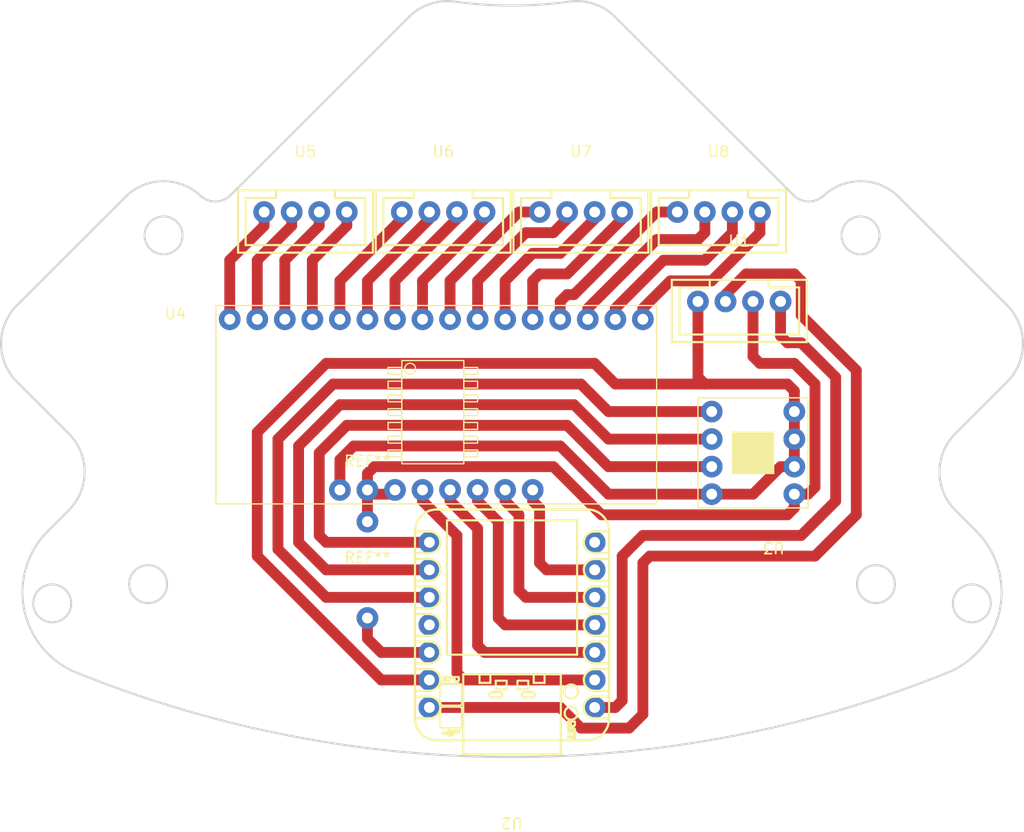
<source format=kicad_pcb>
(kicad_pcb (version 20211014) (generator pcbnew)
  (layers (0 "F.Cu" signal) (31 "B.Cu" signal) (34 "B.Paste" user) (35 "F.Paste" user) (36 "B.SilkS" user "B.Silkscreen") (37 "F.SilkS" user "F.Silkscreen") (38 "B.Mask" user) (39 "F.Mask" user) (44 "Edge.Cuts" user))
  (net 0 "")
  (net 1 "+5V")
  (net 2 "GND")
  (net 3 "+3V3")
  (net 4 "LINE_DAC")
  (net 5 "D1")
  (net 6 "D2")
  (net 7 "D3")
  (net 8 "D4")
  (net 9 "LINE-Read")
  (net 10 "X-Read")
  (net 11 "Y-Read")
  (net 12 "Z-Read")
  (net 15 "Net-(U4-Pad9)")
  (net 16 "Net-(U4-Pad10)")
  (net 17 "Net-(U4-Pad11)")
  (net 18 "Net-(U4-Pad12)")
  (net 19 "Net-(U4-Pad13)")
  (net 20 "Net-(U4-Pad14)")
  (net 21 "Net-(U4-Pad15)")
  (net 22 "Net-(U4-Pad16)")
  (net 23 "Net-(U4-Pad17)")
  (net 24 "Net-(U4-Pad18)")
  (net 25 "Net-(U4-Pad19)")
  (net 26 "Net-(U4-Pad20)")
  (net 27 "Net-(U4-Pad21)")
  (net 28 "Net-(U4-Pad22)")
  (net 29 "Net-(U4-Pad23)")
  (net 30 "Net-(U4-Pad24)")
  (footprint "自分のフットプリント:コネクター4ピン" (layer "F.Cu") (at -6.35 13.97)
    (fp_text reference "U6" (at 0 -0.5 unlocked) (layer "F.SilkS"))
    (fp_text value "コネクター4ピン")
    (pad "1" thru_hole circle (at -3.81 5.08) (size 2 2) (drill 1) (layers *.Mask "F.Cu" "In1.Cu" "B.Cu") (net 19 "Net-(U4-Pad13)"))
    (pad "2" thru_hole circle (at -1.27 5.08) (size 2 2) (drill 1) (layers *.Mask "F.Cu" "In1.Cu" "B.Cu") (net 20 "Net-(U4-Pad14)"))
    (pad "3" thru_hole circle (at 1.27 5.08) (size 2 2) (drill 1) (layers *.Mask "F.Cu" "In1.Cu" "B.Cu") (net 21 "Net-(U4-Pad15)"))
    (pad "4" thru_hole circle (at 3.81 5.08) (size 2 2) (drill 1) (layers *.Mask "F.Cu" "In1.Cu" "B.Cu") (net 22 "Net-(U4-Pad16)"))
  )
  (footprint "自分のフットプリント:ジャンパ線" (layer "F.Cu") (at -13.335 42.545)
    (fp_text reference "REF**" (at 0 -0.5 unlocked) (layer "F.SilkS"))
    (fp_text value "ジャンパ線")
    (pad "1" thru_hole circle (at 0 5.08) (size 2 2) (drill 1) (layers *.Cu *.Mask))
  )
  (footprint "自分のフットプリント:コネクター4ピン" (layer "F.Cu") (at -19.05 13.97)
    (fp_text reference "U5" (at 0 -0.5 unlocked) (layer "F.SilkS"))
    (fp_text value "コネクター4ピン")
    (pad "1" thru_hole circle (at -3.81 5.08) (size 2 2) (drill 1) (layers *.Mask "F.Cu" "In1.Cu" "B.Cu") (net 15 "Net-(U4-Pad9)"))
    (pad "2" thru_hole circle (at -1.27 5.08) (size 2 2) (drill 1) (layers *.Mask "F.Cu" "In1.Cu" "B.Cu") (net 16 "Net-(U4-Pad10)"))
    (pad "3" thru_hole circle (at 1.27 5.08) (size 2 2) (drill 1) (layers *.Mask "F.Cu" "In1.Cu" "B.Cu") (net 17 "Net-(U4-Pad11)"))
    (pad "4" thru_hole circle (at 3.81 5.08) (size 2 2) (drill 1) (layers *.Mask "F.Cu" "In1.Cu" "B.Cu") (net 18 "Net-(U4-Pad12)"))
  )
  (footprint "自分のフットプリント:コネクター4ピン" (layer "F.Cu") (at 19.05 13.97)
    (fp_text reference "U8" (at 0 -0.5 unlocked) (layer "F.SilkS"))
    (fp_text value "コネクター4ピン")
    (pad "1" thru_hole circle (at -3.81 5.08) (size 2 2) (drill 1) (layers *.Mask "F.Cu" "In1.Cu" "B.Cu") (net 27 "Net-(U4-Pad21)"))
    (pad "2" thru_hole circle (at -1.27 5.08) (size 2 2) (drill 1) (layers *.Mask "F.Cu" "In1.Cu" "B.Cu") (net 28 "Net-(U4-Pad22)"))
    (pad "3" thru_hole circle (at 1.27 5.08) (size 2 2) (drill 1) (layers *.Mask "F.Cu" "In1.Cu" "B.Cu") (net 29 "Net-(U4-Pad23)"))
    (pad "4" thru_hole circle (at 3.81 5.08) (size 2 2) (drill 1) (layers *.Mask "F.Cu" "In1.Cu" "B.Cu") (net 30 "Net-(U4-Pad24)"))
  )
  (footprint "自分のフットプリント:3軸加速度モジュール-アナログ出力" (layer "F.Cu") (at 22.225 50.165 180)
    (fp_text reference "U3" (at -1.905 0.135 180 unlocked) (layer "F.SilkS"))
    (fp_text value "3軸加速度モジュール-アナログ出力")
    (pad "1" thru_hole circle (at -3.81 5.08 180) (size 2 2) (drill 1) (layers *.Mask "F.Cu" "In1.Cu" "B.Cu") (net 3 "+3V3"))
    (pad "2" thru_hole circle (at -3.81 7.62 180) (size 2 2) (drill 1) (layers *.Cu *.Mask) (net 2 "GND"))
    (pad "3" thru_hole circle (at -3.81 10.16 180) (size 2 2) (drill 1) (layers *.Cu *.Mask) (net 2 "GND"))
    (pad "4" thru_hole circle (at -3.81 12.7 180) (size 2 2) (drill 1) (layers *.Cu *.Mask) (net 2 "GND"))
    (pad "5" thru_hole circle (at 3.81 12.7 180) (size 2 2) (drill 1) (layers *.Cu *.Mask) (net 12 "Z-Read"))
    (pad "6" thru_hole circle (at 3.81 10.16 180) (size 2 2) (drill 1) (layers *.Cu *.Mask) (net 11 "Y-Read"))
    (pad "7" thru_hole circle (at 3.81 7.62 180) (size 2 2) (drill 1) (layers *.Cu *.Mask) (net 10 "X-Read"))
    (pad "8" thru_hole circle (at 3.81 5.08 180) (size 2 2) (drill 1) (layers *.Cu *.Mask) (net 2 "GND"))
  )
  (footprint "自分のフットプリント:seeeduino-xiaoマイコン" (layer "F.Cu") (at 0 74.93 180)
    (fp_text reference "U2" (at 0 -0.5 180 unlocked) (layer "F.SilkS"))
    (fp_text value "seeeduino-xiaoマイコン")
    (pad "1" thru_hole circle (at 7.62 10.16 180) (size 2 2) (drill 1) (layers *.Cu *.Mask) (net 1 "+5V"))
    (pad "2" thru_hole circle (at 7.62 12.7 180) (size 2 2) (drill 1) (layers *.Cu *.Mask) (net 2 "GND"))
    (pad "3" thru_hole circle (at 7.62 15.24 180) (size 2 2) (drill 1) (layers *.Cu *.Mask) (net 3 "+3V3"))
    (pad "4" thru_hole circle (at -7.62 10.16 180) (size 2 2) (drill 1) (layers *.Cu *.Mask) (net 4 "LINE_DAC"))
    (pad "5" thru_hole circle (at -7.62 12.7 180) (size 2 2) (drill 1) (layers *.Cu *.Mask) (net 5 "D1"))
    (pad "6" thru_hole circle (at -7.62 15.24 180) (size 2 2) (drill 1) (layers *.Cu *.Mask) (net 6 "D2"))
    (pad "7" thru_hole circle (at -7.62 17.78 180) (size 2 2) (drill 1) (layers *.Cu *.Mask) (net 7 "D3"))
    (pad "8" thru_hole circle (at -7.62 20.32 180) (size 2 2) (drill 1) (layers *.Cu *.Mask) (net 8 "D4"))
    (pad "9" thru_hole circle (at -7.62 22.86 180) (size 2 2) (drill 1) (layers *.Cu *.Mask) (net 9 "LINE-Read"))
    (pad "10" thru_hole circle (at -7.62 25.4 180) (size 2 2) (drill 1) (layers *.Cu *.Mask))
    (pad "11" thru_hole circle (at 7.62 25.4 180) (size 2 2) (drill 1) (layers *.Cu *.Mask) (net 10 "X-Read"))
    (pad "12" thru_hole circle (at 7.62 22.86 180) (size 2 2) (drill 1) (layers *.Cu *.Mask) (net 11 "Y-Read"))
    (pad "13" thru_hole circle (at 7.62 20.32 180) (size 2 2) (drill 1) (layers *.Cu *.Mask) (net 12 "Z-Read"))
    (pad "14" thru_hole circle (at 7.62 17.78 180) (size 2 2) (drill 1) (layers *.Cu *.Mask))
  )
  (footprint "自分のフットプリント:コネクター4ピン" (layer "F.Cu") (at 6.35 13.97)
    (fp_text reference "U7" (at 0 -0.5 unlocked) (layer "F.SilkS"))
    (fp_text value "コネクター4ピン")
    (pad "1" thru_hole circle (at -3.81 5.08) (size 2 2) (drill 1) (layers *.Mask "F.Cu" "In1.Cu" "B.Cu") (net 23 "Net-(U4-Pad17)"))
    (pad "2" thru_hole circle (at -1.27 5.08) (size 2 2) (drill 1) (layers *.Mask "F.Cu" "In1.Cu" "B.Cu") (net 24 "Net-(U4-Pad18)"))
    (pad "3" thru_hole circle (at 1.27 5.08) (size 2 2) (drill 1) (layers *.Mask "F.Cu" "In1.Cu" "B.Cu") (net 25 "Net-(U4-Pad19)"))
    (pad "4" thru_hole circle (at 3.81 5.08) (size 2 2) (drill 1) (layers *.Mask "F.Cu" "In1.Cu" "B.Cu") (net 26 "Net-(U4-Pad20)"))
  )
  (footprint "自分のフットプリント:マルチプレクサ" (layer "F.Cu") (at -31.035 28.945)
    (fp_text reference "U4" (at 0 -0.5 unlocked) (layer "F.SilkS"))
    (fp_text value "16chマルチプレクサ")
    (pad "1" thru_hole circle (at 15.16 15.75) (size 2 2) (drill 1) (layers *.Cu *.Mask) (net 2 "GND"))
    (pad "2" thru_hole circle (at 17.7 15.75) (size 2 2) (drill 1) (layers *.Cu *.Mask) (net 3 "+3V3"))
    (pad "3" thru_hole circle (at 20.24 15.75) (size 2 2) (drill 1) (layers *.Cu *.Mask) (net 3 "+3V3"))
    (pad "4" thru_hole circle (at 22.78 15.75) (size 2 2) (drill 1) (layers *.Cu *.Mask) (net 5 "D1"))
    (pad "5" thru_hole circle (at 25.32 15.75) (size 2 2) (drill 1) (layers *.Cu *.Mask) (net 6 "D2"))
    (pad "6" thru_hole circle (at 27.86 15.75) (size 2 2) (drill 1) (layers *.Cu *.Mask) (net 7 "D3"))
    (pad "7" thru_hole circle (at 30.4 15.75) (size 2 2) (drill 1) (layers *.Cu *.Mask) (net 8 "D4"))
    (pad "8" thru_hole circle (at 32.94 15.75) (size 2 2) (drill 1) (layers *.Cu *.Mask) (net 9 "LINE-Read"))
    (pad "9" thru_hole circle (at 5 0) (size 2 2) (drill 1) (layers *.Cu *.Mask) (net 15 "Net-(U4-Pad9)"))
    (pad "10" thru_hole circle (at 7.54 0) (size 2 2) (drill 1) (layers *.Cu *.Mask) (net 16 "Net-(U4-Pad10)"))
    (pad "11" thru_hole circle (at 10.08 0) (size 2 2) (drill 1) (layers *.Cu *.Mask) (net 17 "Net-(U4-Pad11)"))
    (pad "12" thru_hole circle (at 12.62 0) (size 2 2) (drill 1) (layers *.Cu *.Mask) (net 18 "Net-(U4-Pad12)"))
    (pad "13" thru_hole circle (at 15.16 0) (size 2 2) (drill 1) (layers *.Cu *.Mask) (net 19 "Net-(U4-Pad13)"))
    (pad "14" thru_hole circle (at 17.7 0) (size 2 2) (drill 1) (layers *.Cu *.Mask) (net 20 "Net-(U4-Pad14)"))
    (pad "15" thru_hole circle (at 20.24 0) (size 2 2) (drill 1) (layers *.Cu *.Mask) (net 21 "Net-(U4-Pad15)"))
    (pad "16" thru_hole circle (at 22.78 0) (size 2 2) (drill 1) (layers *.Cu *.Mask) (net 22 "Net-(U4-Pad16)"))
    (pad "17" thru_hole circle (at 25.32 0) (size 2 2) (drill 1) (layers *.Cu *.Mask) (net 23 "Net-(U4-Pad17)"))
    (pad "18" thru_hole circle (at 27.86 0) (size 2 2) (drill 1) (layers *.Cu *.Mask) (net 24 "Net-(U4-Pad18)"))
    (pad "19" thru_hole circle (at 30.4 0) (size 2 2) (drill 1) (layers *.Cu *.Mask) (net 25 "Net-(U4-Pad19)"))
    (pad "20" thru_hole circle (at 32.94 0) (size 2 2) (drill 1) (layers *.Cu *.Mask) (net 26 "Net-(U4-Pad20)"))
    (pad "21" thru_hole circle (at 35.48 0) (size 2 2) (drill 1) (layers *.Cu *.Mask) (net 27 "Net-(U4-Pad21)"))
    (pad "22" thru_hole circle (at 38.02 0) (size 2 2) (drill 1) (layers *.Cu *.Mask) (net 28 "Net-(U4-Pad22)"))
    (pad "23" thru_hole circle (at 40.56 0) (size 2 2) (drill 1) (layers *.Cu *.Mask) (net 29 "Net-(U4-Pad23)"))
    (pad "24" thru_hole circle (at 43.1 0) (size 2 2) (drill 1) (layers *.Cu *.Mask) (net 30 "Net-(U4-Pad24)"))
  )
  (footprint "自分のフットプリント:ジャンパ線" (layer "F.Cu") (at -13.335 51.435)
    (fp_text reference "REF**" (at 0 -0.5 unlocked) (layer "F.SilkS"))
    (fp_text value "ジャンパ線")
    (pad "1" thru_hole circle (at 0 5.08) (size 2 2) (drill 1) (layers F&B.Cu *.Mask))
  )
  (footprint "自分のフットプリント:コネクター4ピン" (layer "F.Cu") (at 20.955 22.225)
    (fp_text reference "U1" (at 0 -0.5 unlocked) (layer "F.SilkS"))
    (fp_text value "コネクター4ピン")
    (pad "1" thru_hole circle (at -3.81 5.08) (size 2 2) (drill 1) (layers *.Mask "F.Cu" "In1.Cu" "B.Cu") (net 2 "GND"))
    (pad "2" thru_hole circle (at -1.27 5.08) (size 2 2) (drill 1) (layers *.Mask "F.Cu" "In1.Cu" "B.Cu") (net 1 "+5V"))
    (pad "3" thru_hole circle (at 1.27 5.08) (size 2 2) (drill 1) (layers *.Mask "F.Cu" "In1.Cu" "B.Cu") (net 3 "+3V3"))
    (pad "4" thru_hole circle (at 3.81 5.08) (size 2 2) (drill 1) (layers *.Mask "F.Cu" "In1.Cu" "B.Cu") (net 4 "LINE_DAC"))
  )
  (gr_circle (center -42.405231 55.162263) (end -40.655231 55.162263) (layer "Edge.Cuts") (width 0.2) (fill none))
  (gr_arc (start 40.884553 46.570522) (mid 39.420086 43.034987) (end 40.884553 39.499454) (layer "Edge.Cuts") (width 0.2))
  (gr_circle (center 33.559601 53.387705) (end 35.309601 53.387705) (layer "Edge.Cuts") (width 0.2) (fill none))
  (gr_arc (start -40.137099 61.571291) (mid -44.988481 55.750002) (end -42.807005 48.492973) (layer "Edge.Cuts") (width 0.2))
  (gr_line (start -45.657523 34.726484) (end -40.884554 39.499454) (layer "Edge.Cuts") (width 0.2))
  (gr_circle (center -33.559602 53.387705) (end -31.809602 53.387705) (layer "Edge.Cuts") (width 0.2) (fill none))
  (gr_line (start -9.505672 1.049508) (end -25.950674 17.494507) (layer "Edge.Cuts") (width 0.2))
  (gr_line (start -28.591232 17.660193) (end -28.602324 17.671285) (layer "Edge.Cuts") (width 0.2))
  (gr_line (start 40.884553 39.499454) (end 45.657523 34.726484) (layer "Edge.Cuts") (width 0.2))
  (gr_arc (start 28.602323 17.671285) (mid 32.137857 16.206818) (end 35.673391 17.671285) (layer "Edge.Cuts") (width 0.2))
  (gr_arc (start 28.591231 17.660193) (mid 27.239644 18.076339) (end 25.950674 17.494507) (layer "Edge.Cuts") (width 0.2))
  (gr_line (start 28.602323 17.671285) (end 28.591231 17.660193) (layer "Edge.Cuts") (width 0.2))
  (gr_arc (start 40.137091 61.571291) (mid -0.000004 69.345348) (end -40.137099 61.571291) (layer "Edge.Cuts") (width 0.2))
  (gr_line (start -40.884554 46.570522) (end -42.807005 48.492973) (layer "Edge.Cuts") (width 0.2))
  (gr_circle (center 42.405223 55.162263) (end 44.155223 55.162263) (layer "Edge.Cuts") (width 0.2) (fill none))
  (gr_arc (start 42.806998 48.492971) (mid 44.988477 55.750001) (end 40.137091 61.571291) (layer "Edge.Cuts") (width 0.2))
  (gr_circle (center 32.137857 21.206818) (end 33.887857 21.206818) (layer "Edge.Cuts") (width 0.2) (fill none))
  (gr_arc (start 5.278423 -0.36688) (mid 7.558647 -0.155908) (end 9.505671 1.049508) (layer "Edge.Cuts") (width 0.2))
  (gr_arc (start 45.657523 27.655416) (mid 47.121993 31.190951) (end 45.657523 34.726484) (layer "Edge.Cuts") (width 0.2))
  (gr_line (start 45.657523 27.655416) (end 35.673391 17.671285) (layer "Edge.Cuts") (width 0.2))
  (gr_arc (start -9.505672 1.049508) (mid -7.558649 -0.155911) (end -5.278424 -0.36688) (layer "Edge.Cuts") (width 0.2))
  (gr_arc (start -45.657523 34.726484) (mid -47.12199 31.19095) (end -45.657523 27.655416) (layer "Edge.Cuts") (width 0.2))
  (gr_arc (start -35.673392 17.671285) (mid -32.137858 16.206818) (end -28.602324 17.671285) (layer "Edge.Cuts") (width 0.2))
  (gr_line (start 25.950674 17.494507) (end 9.505671 1.049508) (layer "Edge.Cuts") (width 0.2))
  (gr_line (start 42.806998 48.492971) (end 40.884553 46.570522) (layer "Edge.Cuts") (width 0.2))
  (gr_arc (start -40.884554 39.499454) (mid -39.420088 43.034988) (end -40.884554 46.570522) (layer "Edge.Cuts") (width 0.2))
  (gr_line (start -35.673392 17.671285) (end -45.657523 27.655416) (layer "Edge.Cuts") (width 0.2))
  (gr_arc (start -25.950674 17.494507) (mid -27.239641 18.076368) (end -28.591232 17.660193) (layer "Edge.Cuts") (width 0.2))
  (gr_circle (center -32.137858 21.206818) (end -30.387858 21.206818) (layer "Edge.Cuts") (width 0.2) (fill none))
  (gr_arc (start 5.278423 -0.36688) (mid -0.000001 0) (end -5.278424 -0.36688) (layer "Edge.Cuts") (width 0.2))
  (segment (start 12.065 51.435) (end 12.065 65.405) (width 1) (layer "F.Cu") (net 1))
  (segment (start 31.75 46.99) (end 27.94 50.8) (width 1) (layer "F.Cu") (net 1))
  (segment (start 27.94 50.8) (end 12.7 50.8) (width 1) (layer "F.Cu") (net 1))
  (segment (start 12.065 65.405) (end 10.795 66.675) (width 1) (layer "F.Cu") (net 1))
  (segment (start 31.75 33.655) (end 31.75 46.99) (width 1) (layer "F.Cu") (net 1))
  (segment (start 21.59 24.765) (end 26.035 24.765) (width 1) (layer "F.Cu") (net 1))
  (segment (start 6.35 66.675) (end 4.445 64.77) (width 1) (layer "F.Cu") (net 1))
  (segment (start 26.67 28.575) (end 31.75 33.655) (width 1) (layer "F.Cu") (net 1))
  (segment (start 19.685 26.67) (end 21.59 24.765) (width 1) (layer "F.Cu") (net 1))
  (segment (start 26.67 25.4) (end 26.67 28.575) (width 1) (layer "F.Cu") (net 1))
  (segment (start 19.685 27.305) (end 19.685 26.67) (width 1) (layer "F.Cu") (net 1))
  (segment (start 12.7 50.8) (end 12.065 51.435) (width 1) (layer "F.Cu") (net 1))
  (segment (start 10.795 66.675) (end 6.35 66.675) (width 1) (layer "F.Cu") (net 1))
  (segment (start 4.445 64.77) (end -7.62 64.77) (width 1) (layer "F.Cu") (net 1))
  (segment (start 26.035 24.765) (end 26.67 25.4) (width 1) (layer "F.Cu") (net 1))
  (segment (start 7.62 33.02) (end -17.145 33.02) (width 1) (layer "F.Cu") (net 2))
  (segment (start -15.875 45.085) (end -15.875 41.91) (width 1) (layer "F.Cu") (net 2))
  (segment (start 8.89 45.085) (end 18.415 45.085) (width 1) (layer "F.Cu") (net 2))
  (segment (start 17.78 34.925) (end 25.4 34.925) (width 1) (layer "F.Cu") (net 2))
  (segment (start -15.875 41.91) (end -14.605 40.64) (width 1) (layer "F.Cu") (net 2))
  (segment (start 9.525 34.925) (end 7.62 33.02) (width 1) (layer "F.Cu") (net 2))
  (segment (start 4.445 40.64) (end 8.89 45.085) (width 1) (layer "F.Cu") (net 2))
  (segment (start 26.035 35.56) (end 26.035 37.465) (width 1) (layer "F.Cu") (net 2))
  (segment (start 22.225 45.085) (end 24.765 42.545) (width 1) (layer "F.Cu") (net 2))
  (segment (start 17.145 34.29) (end 17.78 34.925) (width 1) (layer "F.Cu") (net 2))
  (segment (start -14.605 40.64) (end 4.445 40.64) (width 1) (layer "F.Cu") (net 2))
  (segment (start 17.78 34.925) (end 9.525 34.925) (width 1) (layer "F.Cu") (net 2))
  (segment (start 24.765 42.545) (end 26.035 42.545) (width 1) (layer "F.Cu") (net 2))
  (segment (start 26.035 40.005) (end 26.035 37.465) (width 1) (layer "F.Cu") (net 2))
  (segment (start -23.495 50.8) (end -12.065 62.23) (width 1) (layer "F.Cu") (net 2))
  (segment (start -17.145 33.02) (end -23.495 39.37) (width 1) (layer "F.Cu") (net 2))
  (segment (start 26.035 40.005) (end 26.035 42.545) (width 1) (layer "F.Cu") (net 2))
  (segment (start 17.145 27.305) (end 17.145 34.29) (width 1) (layer "F.Cu") (net 2))
  (segment (start -23.495 39.37) (end -23.495 50.8) (width 1) (layer "F.Cu") (net 2))
  (segment (start 25.4 34.925) (end 26.035 35.56) (width 1) (layer "F.Cu") (net 2))
  (segment (start 18.415 45.085) (end 22.225 45.085) (width 1) (layer "F.Cu") (net 2))
  (segment (start -12.065 62.23) (end -7.62 62.23) (width 1) (layer "F.Cu") (net 2))
  (segment (start 26.035 46.355) (end 25.4 46.99) (width 1) (layer "F.Cu") (net 3))
  (segment (start 22.225 32.385) (end 22.86 33.02) (width 1) (layer "F.Cu") (net 3))
  (segment (start 27.305 45.085) (end 26.035 45.085) (width 1) (layer "F.Cu") (net 3))
  (segment (start -13.335 45.085) (end -13.335 43.18) (width 1) (layer "F.Cu") (net 3))
  (segment (start -13.335 45.085) (end -12.065 45.085) (width 1) (layer "F.Cu") (net 3))
  (segment (start -12.065 59.69) (end -13.335 58.42) (width 1) (layer "F.Cu") (net 3))
  (segment (start -12.065 45.085) (end -10.795 45.085) (width 1) (layer "F.Cu") (net 3))
  (segment (start -12.7 42.545) (end 3.81 42.545) (width 1) (layer "F.Cu") (net 3))
  (segment (start -7.62 59.69) (end -12.065 59.69) (width 1) (layer "F.Cu") (net 3))
  (segment (start 26.035 45.085) (end 26.035 46.355) (width 1) (layer "F.Cu") (net 3))
  (segment (start -13.335 45.085) (end -13.335 47.625) (width 1) (layer "F.Cu") (net 3))
  (segment (start 27.94 44.45) (end 27.305 45.085) (width 1) (layer "F.Cu") (net 3))
  (segment (start 26.035 33.02) (end 27.94 34.925) (width 1) (layer "F.Cu") (net 3))
  (segment (start -13.335 43.18) (end -12.7 42.545) (width 1) (layer "F.Cu") (net 3))
  (segment (start 22.86 33.02) (end 26.035 33.02) (width 1) (layer "F.Cu") (net 3))
  (segment (start -13.335 58.42) (end -13.335 56.515) (width 1) (layer "F.Cu") (net 3))
  (segment (start 3.81 42.545) (end 8.255 46.99) (width 1) (layer "F.Cu") (net 3))
  (segment (start 25.4 46.99) (end 8.255 46.99) (width 1) (layer "F.Cu") (net 3))
  (segment (start 27.94 34.925) (end 27.94 44.45) (width 1) (layer "F.Cu") (net 3))
  (segment (start 22.225 27.305) (end 22.225 32.385) (width 1) (layer "F.Cu") (net 3))
  (segment (start 26.67 31.115) (end 29.845 34.29) (width 1) (layer "F.Cu") (net 4))
  (segment (start 29.845 45.72) (end 26.67 48.895) (width 1) (layer "F.Cu") (net 4))
  (segment (start 25.4 31.115) (end 26.67 31.115) (width 1) (layer "F.Cu") (net 4))
  (segment (start 24.765 30.48) (end 25.4 31.115) (width 1) (layer "F.Cu") (net 4))
  (segment (start 24.765 27.305) (end 24.765 30.48) (width 1) (layer "F.Cu") (net 4))
  (segment (start 10.16 64.135) (end 9.525 64.77) (width 1) (layer "F.Cu") (net 4))
  (segment (start 26.67 48.895) (end 12.065 48.895) (width 1) (layer "F.Cu") (net 4))
  (segment (start 10.16 50.8) (end 10.16 64.135) (width 1) (layer "F.Cu") (net 4))
  (segment (start 12.065 48.895) (end 10.16 50.8) (width 1) (layer "F.Cu") (net 4))
  (segment (start 29.845 34.29) (end 29.845 45.72) (width 1) (layer "F.Cu") (net 4))
  (segment (start 9.525 64.77) (end 7.62 64.77) (width 1) (layer "F.Cu") (net 4))
  (segment (start -4.445 62.23) (end -5.08 61.595) (width 1) (layer "F.Cu") (net 5))
  (segment (start -5.08 61.595) (end -5.08 48.895) (width 1) (layer "F.Cu") (net 5))
  (segment (start -8.255 45.72) (end -8.255 45.085) (width 1) (layer "F.Cu") (net 5))
  (segment (start -5.08 48.895) (end -8.255 45.72) (width 1) (layer "F.Cu") (net 5))
  (segment (start 7.62 62.23) (end -4.445 62.23) (width 1) (layer "F.Cu") (net 5))
  (segment (start -2.54 59.69) (end -3.175 59.055) (width 1) (layer "F.Cu") (net 6))
  (segment (start -3.175 59.055) (end -3.175 48.26) (width 1) (layer "F.Cu") (net 6))
  (segment (start -5.715 45.72) (end -5.715 45.085) (width 1) (layer "F.Cu") (net 6))
  (segment (start -3.175 48.26) (end -5.715 45.72) (width 1) (layer "F.Cu") (net 6))
  (segment (start 7.62 59.69) (end -2.54 59.69) (width 1) (layer "F.Cu") (net 6))
  (segment (start -0.635 57.15) (end 7.62 57.15) (width 1) (layer "F.Cu") (net 7))
  (segment (start -3.175 45.085) (end -3.175 45.72) (width 1) (layer "F.Cu") (net 7))
  (segment (start -3.175 45.72) (end -1.27 47.625) (width 1) (layer "F.Cu") (net 7))
  (segment (start -1.27 56.515) (end -0.635 57.15) (width 1) (layer "F.Cu") (net 7))
  (segment (start -1.27 47.625) (end -1.27 56.515) (width 1) (layer "F.Cu") (net 7))
  (segment (start 0.635 53.975) (end 0.635 46.99) (width 1) (layer "F.Cu") (net 8))
  (segment (start 1.27 54.61) (end 0.635 53.975) (width 1) (layer "F.Cu") (net 8))
  (segment (start 7.62 54.61) (end 1.27 54.61) (width 1) (layer "F.Cu") (net 8))
  (segment (start -0.635 45.72) (end 0.635 46.99) (width 1) (layer "F.Cu") (net 8))
  (segment (start -0.635 45.085) (end -0.635 45.72) (width 1) (layer "F.Cu") (net 8))
  (segment (start 3.175 52.07) (end 7.62 52.07) (width 1) (layer "F.Cu") (net 9))
  (segment (start 2.54 51.435) (end 3.175 52.07) (width 1) (layer "F.Cu") (net 9))
  (segment (start 1.905 45.085) (end 1.905 45.72) (width 1) (layer "F.Cu") (net 9))
  (segment (start 2.54 46.355) (end 2.54 51.435) (width 1) (layer "F.Cu") (net 9))
  (segment (start 1.905 45.72) (end 2.54 46.355) (width 1) (layer "F.Cu") (net 9))
  (segment (start 5.08 38.735) (end -15.24 38.735) (width 1) (layer "F.Cu") (net 10))
  (segment (start -17.78 48.895) (end -17.145 49.53) (width 1) (layer "F.Cu") (net 10))
  (segment (start -17.78 41.275) (end -17.78 48.895) (width 1) (layer "F.Cu") (net 10))
  (segment (start 18.415 42.545) (end 8.89 42.545) (width 1) (layer "F.Cu") (net 10))
  (segment (start 8.89 42.545) (end 5.08 38.735) (width 1) (layer "F.Cu") (net 10))
  (segment (start -15.24 38.735) (end -17.78 41.275) (width 1) (layer "F.Cu") (net 10))
  (segment (start -17.145 49.53) (end -7.62 49.53) (width 1) (layer "F.Cu") (net 10))
  (segment (start -17.145 52.07) (end -19.685 49.53) (width 1) (layer "F.Cu") (net 11))
  (segment (start 18.415 40.005) (end 8.89 40.005) (width 1) (layer "F.Cu") (net 11))
  (segment (start -19.685 49.53) (end -19.685 40.64) (width 1) (layer "F.Cu") (net 11))
  (segment (start 8.89 40.005) (end 5.715 36.83) (width 1) (layer "F.Cu") (net 11))
  (segment (start -7.62 52.07) (end -17.145 52.07) (width 1) (layer "F.Cu") (net 11))
  (segment (start -15.875 36.83) (end 5.715 36.83) (width 1) (layer "F.Cu") (net 11))
  (segment (start -19.685 40.64) (end -15.875 36.83) (width 1) (layer "F.Cu") (net 11))
  (segment (start 18.415 37.465) (end 8.89 37.465) (width 1) (layer "F.Cu") (net 12))
  (segment (start -7.62 54.61) (end -17.145 54.61) (width 1) (layer "F.Cu") (net 12))
  (segment (start -21.59 50.165) (end -21.59 40.005) (width 1) (layer "F.Cu") (net 12))
  (segment (start 6.35 34.925) (end -16.51 34.925) (width 1) (layer "F.Cu") (net 12))
  (segment (start -16.51 34.925) (end -21.59 40.005) (width 1) (layer "F.Cu") (net 12))
  (segment (start -17.145 54.61) (end -21.59 50.165) (width 1) (layer "F.Cu") (net 12))
  (segment (start 8.89 37.465) (end 6.35 34.925) (width 1) (layer "F.Cu") (net 12))
  (segment (start -26.035 23.495) (end -22.86 20.32) (width 1) (layer "F.Cu") (net 15))
  (segment (start -22.86 20.32) (end -22.86 19.05) (width 1) (layer "F.Cu") (net 15))
  (segment (start -26.035 28.945) (end -26.035 23.495) (width 1) (layer "F.Cu") (net 15))
  (segment (start -20.32 20.32) (end -20.32 19.05) (width 1) (layer "F.Cu") (net 16))
  (segment (start -23.495 28.945) (end -23.495 23.495) (width 1) (layer "F.Cu") (net 16))
  (segment (start -23.495 23.495) (end -20.32 20.32) (width 1) (layer "F.Cu") (net 16))
  (segment (start -17.78 20.32) (end -17.78 19.05) (width 1) (layer "F.Cu") (net 17))
  (segment (start -20.955 28.945) (end -20.955 23.495) (width 1) (layer "F.Cu") (net 17))
  (segment (start -20.955 23.495) (end -17.78 20.32) (width 1) (layer "F.Cu") (net 17))
  (segment (start -18.415 28.945) (end -18.415 23.495) (width 1) (layer "F.Cu") (net 18))
  (segment (start -15.24 20.32) (end -15.24 19.05) (width 1) (layer "F.Cu") (net 18))
  (segment (start -18.415 23.495) (end -15.24 20.32) (width 1) (layer "F.Cu") (net 18))
  (segment (start -10.16 19.685) (end -10.16 19.05) (width 1) (layer "F.Cu") (net 19))
  (segment (start -15.875 28.945) (end -15.875 25.4) (width 1) (layer "F.Cu") (net 19))
  (segment (start -15.875 25.4) (end -10.16 19.685) (width 1) (layer "F.Cu") (net 19))
  (segment (start -13.335 28.945) (end -13.335 25.4) (width 1) (layer "F.Cu") (net 20))
  (segment (start -13.335 25.4) (end -7.62 19.685) (width 1) (layer "F.Cu") (net 20))
  (segment (start -7.62 19.685) (end -7.62 19.05) (width 1) (layer "F.Cu") (net 20))
  (segment (start -5.08 19.685) (end -5.08 19.05) (width 1) (layer "F.Cu") (net 21))
  (segment (start -10.795 28.945) (end -10.795 25.4) (width 1) (layer "F.Cu") (net 21))
  (segment (start -10.795 25.4) (end -5.08 19.685) (width 1) (layer "F.Cu") (net 21))
  (segment (start -8.255 25.4) (end -2.54 19.685) (width 1) (layer "F.Cu") (net 22))
  (segment (start -2.54 19.685) (end -2.54 19.05) (width 1) (layer "F.Cu") (net 22))
  (segment (start -8.255 28.945) (end -8.255 25.4) (width 1) (layer "F.Cu") (net 22))
  (segment (start -5.715 28.945) (end -5.715 25.4) (width 1) (layer "F.Cu") (net 23))
  (segment (start 0.635 19.05) (end 2.54 19.05) (width 1) (layer "F.Cu") (net 23))
  (segment (start -5.715 25.4) (end 0.635 19.05) (width 1) (layer "F.Cu") (net 23))
  (segment (start 3.81 20.955) (end 5.08 19.685) (width 1) (layer "F.Cu") (net 24))
  (segment (start 5.08 19.685) (end 5.08 19.05) (width 1) (layer "F.Cu") (net 24))
  (segment (start -3.175 28.945) (end -3.175 25.4) (width 1) (layer "F.Cu") (net 24))
  (segment (start -3.175 25.4) (end 1.27 20.955) (width 1) (layer "F.Cu") (net 24))
  (segment (start 1.27 20.955) (end 3.81 20.955) (width 1) (layer "F.Cu") (net 24))
  (segment (start -0.635 28.945) (end -0.635 25.4) (width 1) (layer "F.Cu") (net 25))
  (segment (start 4.445 22.86) (end 7.62 19.685) (width 1) (layer "F.Cu") (net 25))
  (segment (start -0.635 25.4) (end 1.905 22.86) (width 1) (layer "F.Cu") (net 25))
  (segment (start 1.905 22.86) (end 4.445 22.86) (width 1) (layer "F.Cu") (net 25))
  (segment (start 7.62 19.685) (end 7.62 19.05) (width 1) (layer "F.Cu") (net 25))
  (segment (start 1.905 25.4) (end 2.54 24.765) (width 1) (layer "F.Cu") (net 26))
  (segment (start 10.16 19.685) (end 10.16 19.05) (width 1) (layer "F.Cu") (net 26))
  (segment (start 1.905 28.945) (end 1.905 25.4) (width 1) (layer "F.Cu") (net 26))
  (segment (start 5.08 24.765) (end 10.16 19.685) (width 1) (layer "F.Cu") (net 26))
  (segment (start 2.54 24.765) (end 5.08 24.765) (width 1) (layer "F.Cu") (net 26))
  (segment (start 13.335 19.05) (end 15.24 19.05) (width 1) (layer "F.Cu") (net 27))
  (segment (start 4.445 27.305) (end 5.08 26.67) (width 1) (layer "F.Cu") (net 27))
  (segment (start 4.445 28.945) (end 4.445 27.305) (width 1) (layer "F.Cu") (net 27))
  (segment (start 5.08 26.67) (end 5.715 26.67) (width 1) (layer "F.Cu") (net 27))
  (segment (start 5.715 26.67) (end 13.335 19.05) (width 1) (layer "F.Cu") (net 27))
  (segment (start 13.335 21.59) (end 17.145 21.59) (width 1) (layer "F.Cu") (net 28))
  (segment (start 6.985 28.945) (end 6.985 27.94) (width 1) (layer "F.Cu") (net 28))
  (segment (start 6.985 27.94) (end 13.335 21.59) (width 1) (layer "F.Cu") (net 28))
  (segment (start 17.78 20.955) (end 17.78 19.05) (width 1) (layer "F.Cu") (net 28))
  (segment (start 17.145 21.59) (end 17.78 20.955) (width 1) (layer "F.Cu") (net 28))
  (segment (start 9.525 28.945) (end 9.525 27.94) (width 1) (layer "F.Cu") (net 29))
  (segment (start 13.97 23.495) (end 17.78 23.495) (width 1) (layer "F.Cu") (net 29))
  (segment (start 9.525 27.94) (end 13.97 23.495) (width 1) (layer "F.Cu") (net 29))
  (segment (start 17.78 23.495) (end 20.32 20.955) (width 1) (layer "F.Cu") (net 29))
  (segment (start 20.32 20.955) (end 20.32 19.05) (width 1) (layer "F.Cu") (net 29))
  (segment (start 18.415 25.4) (end 22.86 20.955) (width 1) (layer "F.Cu") (net 30))
  (segment (start 12.065 28.945) (end 12.065 27.94) (width 1) (layer "F.Cu") (net 30))
  (segment (start 14.605 25.4) (end 18.415 25.4) (width 1) (layer "F.Cu") (net 30))
  (segment (start 22.86 20.955) (end 22.86 19.05) (width 1) (layer "F.Cu") (net 30))
  (segment (start 12.065 27.94) (end 14.605 25.4) (width 1) (layer "F.Cu") (net 30))
)
</source>
